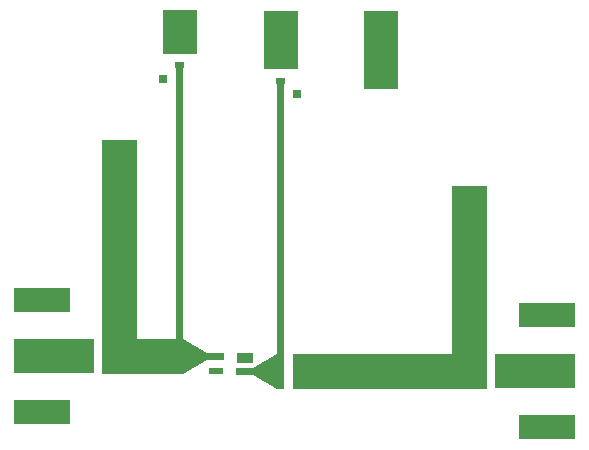
<source format=gbr>
G04 ===== Begin FILE IDENTIFICATION =====*
G04 File Format:  Gerber RS274X*
G04 ===== End FILE IDENTIFICATION =====*
%FSLAX24Y24*%
%MOIN*%
%SFA1.0000B1.0000*%
%OFA0.0B0.0*%
%ADD14R,0.187008X0.116929*%
%ADD15R,0.187008X0.078740*%
%ADD16R,0.078740X0.116866*%
%ADD17R,0.031496X0.031496*%
%ADD18R,0.118110X0.145669*%
%ADD19R,0.051181X0.023622*%
%ADD20R,0.057087X0.035433*%
%ADD21R,0.118110X0.196850*%
%ADD22R,0.118110X0.263780*%
%LNcond*%
%IPPOS*%
%LPD*%
G75*
D14*
X8471Y0D03*
D15*
Y-1866D03*
Y1866D03*
D14*
X-8353Y512D03*
D15*
Y-1354D03*
Y2378D03*
D16*
X-7024Y512D03*
G36*
G01X-6355Y1096D02*
G01Y-73D01*
G01X-3642D01*
G01X-2854Y394D01*
G01X-2283D01*
G01Y630D01*
G01X-2854D01*
G01X-3642Y1096D01*
G01Y9910D01*
G01X-3612Y10303D01*
G01X-3927D01*
G01X-3897Y9910D01*
G01Y1096D01*
G01X-5186D01*
G01Y7714D01*
G01X-6355D01*
G01Y1096D01*
G37*
D17*
X-4330Y9752D03*
D18*
X-3769Y11307D03*
D19*
X-2539Y0D03*
G36*
G01X-561Y9792D02*
G01X-531Y9398D01*
G01Y585D01*
G01X-1319Y118D01*
G01X-1890D01*
G01Y-118D01*
G01X-1319D01*
G01X-531Y-585D01*
G01Y-584D01*
G01X-276D01*
G01Y9398D01*
G01X-246Y9792D01*
G01X-561D01*
G37*
D20*
X-1604Y453D03*
D21*
X-403Y11051D03*
G36*
G01X0Y-584D02*
G01X6473D01*
G01Y6167D01*
G01X5304D01*
G01Y584D01*
G01X0D01*
G01Y-584D01*
G37*
D17*
X157Y9240D03*
D22*
X2953Y10728D03*
D16*
X7142Y0D03*
M02*


</source>
